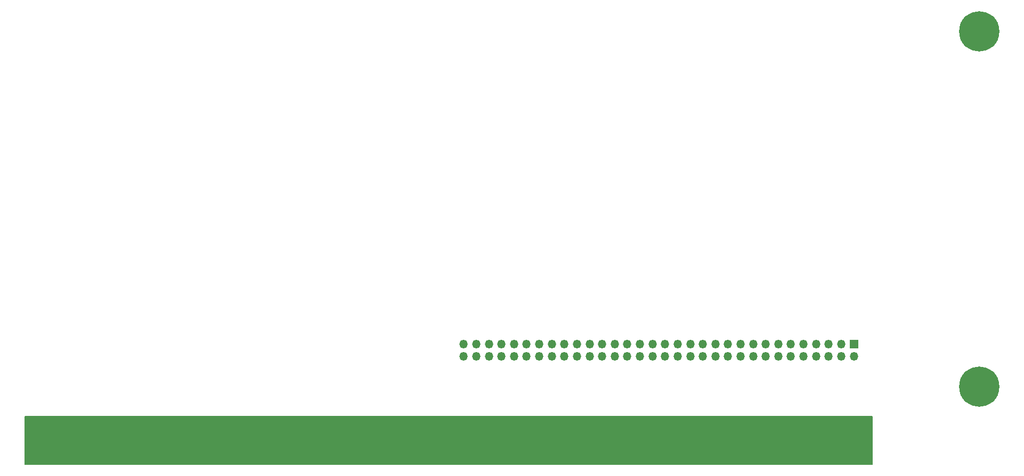
<source format=gbr>
%TF.GenerationSoftware,KiCad,Pcbnew,(7.0.0-0)*%
%TF.CreationDate,2023-03-28T15:20:33+02:00*%
%TF.ProjectId,Vortex-X-ISA-Card,566f7274-6578-42d5-982d-4953412d4361,rev?*%
%TF.SameCoordinates,Original*%
%TF.FileFunction,Soldermask,Bot*%
%TF.FilePolarity,Negative*%
%FSLAX46Y46*%
G04 Gerber Fmt 4.6, Leading zero omitted, Abs format (unit mm)*
G04 Created by KiCad (PCBNEW (7.0.0-0)) date 2023-03-28 15:20:33*
%MOMM*%
%LPD*%
G01*
G04 APERTURE LIST*
%ADD10C,0.200000*%
%ADD11C,0.800000*%
%ADD12C,6.400000*%
%ADD13R,1.780000X7.620000*%
%ADD14R,1.350000X1.350000*%
%ADD15O,1.350000X1.350000*%
G04 APERTURE END LIST*
D10*
X43420000Y-153730000D02*
X178040000Y-153730000D01*
X178040000Y-153730000D02*
X178040000Y-161350000D01*
X178040000Y-161350000D02*
X43420000Y-161350000D01*
X43420000Y-161350000D02*
X43420000Y-153730000D01*
G36*
X43420000Y-153730000D02*
G01*
X178040000Y-153730000D01*
X178040000Y-161350000D01*
X43420000Y-161350000D01*
X43420000Y-153730000D01*
G37*
D11*
%TO.C,H1*%
X192680000Y-149015000D03*
X193382944Y-147317944D03*
X193382944Y-150712056D03*
X195080000Y-146615000D03*
D12*
X195080000Y-149015000D03*
D11*
X195080000Y-151415000D03*
X196777056Y-147317944D03*
X196777056Y-150712056D03*
X197480000Y-149015000D03*
%TD*%
%TO.C,H2*%
X192680000Y-92500000D03*
X193382944Y-90802944D03*
X193382944Y-94197056D03*
X195080000Y-90100000D03*
D12*
X195080000Y-92500000D03*
D11*
X195080000Y-94900000D03*
X196777056Y-90802944D03*
X196777056Y-94197056D03*
X197480000Y-92500000D03*
%TD*%
D13*
%TO.C,J2*%
X175499999Y-157539999D03*
X172959999Y-157539999D03*
X170419999Y-157539999D03*
X167879999Y-157539999D03*
X165339999Y-157539999D03*
X162799999Y-157539999D03*
X160259999Y-157539999D03*
X157719999Y-157539999D03*
X155179999Y-157539999D03*
X152639999Y-157539999D03*
X150099999Y-157539999D03*
X147559999Y-157539999D03*
X145019999Y-157539999D03*
X142479999Y-157539999D03*
X139939999Y-157539999D03*
X137399999Y-157539999D03*
X134859999Y-157539999D03*
X132319999Y-157539999D03*
X129779999Y-157539999D03*
X127239999Y-157539999D03*
X124699999Y-157539999D03*
X122159999Y-157539999D03*
X119619999Y-157539999D03*
X117079999Y-157539999D03*
X114539999Y-157539999D03*
X111999999Y-157539999D03*
X109459999Y-157539999D03*
X106919999Y-157539999D03*
X104379999Y-157539999D03*
X101839999Y-157539999D03*
X99299999Y-157539999D03*
X89139999Y-157539999D03*
X86599999Y-157539999D03*
X84059999Y-157539999D03*
X81519999Y-157539999D03*
X78979999Y-157539999D03*
X76439999Y-157539999D03*
X73899999Y-157539999D03*
X71359999Y-157539999D03*
X68819999Y-157539999D03*
X66279999Y-157539999D03*
X63739999Y-157539999D03*
X61199999Y-157539999D03*
X58659999Y-157539999D03*
X56119999Y-157539999D03*
X53579999Y-157539999D03*
X51039999Y-157539999D03*
X48499999Y-157539999D03*
X45959999Y-157539999D03*
%TD*%
D14*
%TO.C,U1*%
X175131999Y-142239999D03*
D15*
X175131999Y-144239999D03*
X173131999Y-142239999D03*
X173131999Y-144239999D03*
X171131999Y-142239999D03*
X171131999Y-144239999D03*
X169131999Y-142239999D03*
X169131999Y-144239999D03*
X167131999Y-142239999D03*
X167131999Y-144239999D03*
X165131999Y-142239999D03*
X165131999Y-144239999D03*
X163131999Y-142239999D03*
X163131999Y-144239999D03*
X161131999Y-142239999D03*
X161131999Y-144239999D03*
X159131999Y-142239999D03*
X159131999Y-144239999D03*
X157131999Y-142239999D03*
X157131999Y-144239999D03*
X155131999Y-142239999D03*
X155131999Y-144239999D03*
X153131999Y-142239999D03*
X153131999Y-144239999D03*
X151131999Y-142239999D03*
X151131999Y-144239999D03*
X149131999Y-142239999D03*
X149131999Y-144239999D03*
X147131999Y-142239999D03*
X147131999Y-144239999D03*
X145131999Y-142239999D03*
X145131999Y-144239999D03*
X143131999Y-142239999D03*
X143131999Y-144239999D03*
X141131999Y-142239999D03*
X141131999Y-144239999D03*
X139131999Y-142239999D03*
X139131999Y-144239999D03*
X137131999Y-142239999D03*
X137131999Y-144239999D03*
X135131999Y-142239999D03*
X135131999Y-144239999D03*
X133131999Y-142239999D03*
X133131999Y-144239999D03*
X131131999Y-142239999D03*
X131131999Y-144239999D03*
X129131999Y-142239999D03*
X129131999Y-144239999D03*
X127131999Y-142239999D03*
X127131999Y-144239999D03*
X125131999Y-142239999D03*
X125131999Y-144239999D03*
X123131999Y-142239999D03*
X123131999Y-144239999D03*
X121131999Y-142239999D03*
X121131999Y-144239999D03*
X119131999Y-142239999D03*
X119131999Y-144239999D03*
X117131999Y-142239999D03*
X117131999Y-144239999D03*
X115131999Y-142239999D03*
X115131999Y-144239999D03*
X113131999Y-142239999D03*
X113131999Y-144239999D03*
%TD*%
M02*

</source>
